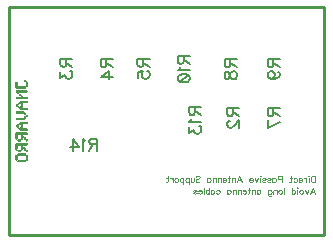
<source format=gbr>
G04 DipTrace 3.0.0.2*
G04 BottomSilk.gbr*
%MOMM*%
G04 #@! TF.FileFunction,Legend,Bot*
G04 #@! TF.Part,Single*
%ADD10C,0.254*%
%ADD13C,0.06667*%
%ADD52C,0.15686*%
%ADD53C,0.07843*%
%FSLAX35Y35*%
G04*
G71*
G90*
G75*
G01*
G04 BotSilk*
%LPD*%
X22000Y1936000D2*
D10*
X2684000D1*
Y11000D1*
X22000D1*
Y1936000D1*
X149060Y1324607D2*
D13*
X152393D1*
X147521Y1321273D2*
X153796D1*
X146560Y1317940D2*
X154630D1*
X146051Y1314607D2*
X153706D1*
X145727Y1311273D2*
X152393D1*
X162393D2*
X165727D1*
X160855Y1307940D2*
X167265D1*
X159897Y1304607D2*
X168223D1*
X72393Y1301273D2*
X82393D1*
X159413D2*
X168707D1*
X72393Y1297940D2*
X82393D1*
X159198D2*
X168922D1*
X72393Y1294607D2*
X82393D1*
X159111D2*
X169009D1*
X72393Y1291273D2*
X82393D1*
X159078D2*
X169042D1*
X72393Y1287940D2*
X82393D1*
X159066D2*
X169054D1*
X72393Y1284607D2*
X82393D1*
X159062D2*
X169058D1*
X72393Y1281273D2*
X82393D1*
X159074D2*
X169046D1*
X72393Y1277940D2*
X82406D1*
X159200D2*
X168920D1*
X72393Y1274607D2*
X82533D1*
X159715D2*
X168405D1*
X72393Y1271273D2*
X83048D1*
X160855D2*
X167265D1*
X72406Y1267940D2*
X84188D1*
X89060D2*
X95727D1*
X102393D2*
X109060D1*
X119060D2*
X122393D1*
X132393D2*
X139060D1*
X145727D2*
X152393D1*
X162393D2*
X165727D1*
X72533Y1264607D2*
X153741D1*
X73048Y1261273D2*
X153602D1*
X74188Y1257940D2*
X153050D1*
X75727Y1254607D2*
X79060D1*
X89060D2*
X95727D1*
X105727D2*
X109060D1*
X119060D2*
X122393D1*
X132393D2*
X135727D1*
X149060D2*
X152393D1*
X75727Y1234607D2*
X79060D1*
X89060D2*
X95727D1*
X105727D2*
X109060D1*
X119060D2*
X122393D1*
X132393D2*
X135727D1*
X145727D2*
X152393D1*
X162393D2*
X165727D1*
X74324Y1231273D2*
X167129D1*
X73490Y1227940D2*
X167963D1*
X74414Y1224607D2*
X167039D1*
X75727Y1221273D2*
X82393D1*
X89060D2*
X99047D1*
X105727D2*
X109060D1*
X119060D2*
X125727D1*
X132393D2*
X139060D1*
X145727D2*
X152393D1*
X162393D2*
X165727D1*
X89060Y1217940D2*
X98920D1*
X89060Y1214607D2*
X98405D1*
X89060Y1211273D2*
X97265D1*
X89060Y1207940D2*
X95727D1*
X102393Y1204607D2*
X112393D1*
X102393Y1201273D2*
X112393D1*
X102393Y1197940D2*
X112393D1*
X102393Y1194607D2*
X112393D1*
X119060Y1191273D2*
X122393D1*
X117508Y1187940D2*
X123945D1*
X116424Y1184607D2*
X125029D1*
X115423Y1181273D2*
X126030D1*
X75727Y1177940D2*
X79060D1*
X89060D2*
X95727D1*
X105727D2*
X109060D1*
X114061D2*
X127392D1*
X132393D2*
X135727D1*
X145727D2*
X152393D1*
X162393D2*
X165727D1*
X74324Y1174607D2*
X167129D1*
X73490Y1171273D2*
X167963D1*
X74414Y1167940D2*
X167039D1*
X75727Y1164607D2*
X79060D1*
X89060D2*
X95727D1*
X105727D2*
X109060D1*
X119060D2*
X122393D1*
X132393D2*
X139060D1*
X145727D2*
X152393D1*
X162393D2*
X165727D1*
X119060Y1144607D2*
X122393D1*
X132393D2*
X139060D1*
X149060D2*
X152393D1*
X162393D2*
X165727D1*
X113987Y1141273D2*
X167129D1*
X109205Y1137940D2*
X167963D1*
X105299Y1134607D2*
X167039D1*
X103962Y1131273D2*
X125727D1*
X132393D2*
X135727D1*
X145727D2*
X152393D1*
X162393D2*
X165727D1*
X92393Y1127940D2*
X95727D1*
X104612D2*
X125727D1*
X90854Y1124607D2*
X97413D1*
X105727D2*
X109060D1*
X115727D2*
X125727D1*
X89894Y1121273D2*
X97845D1*
X115727D2*
X125727D1*
X75727Y1117940D2*
X82393D1*
X89384D2*
X96270D1*
X115727D2*
X125727D1*
X74324Y1114607D2*
X83956D1*
X89060D2*
X92272D1*
X115727D2*
X125727D1*
X73490Y1111273D2*
X88227D1*
X115727D2*
X125727D1*
X74414Y1107940D2*
X83956D1*
X115727D2*
X125727D1*
X75727Y1104607D2*
X82393D1*
X92393D2*
X95727D1*
X115714D2*
X125727D1*
X90991Y1101273D2*
X97129D1*
X115587D2*
X125727D1*
X90157Y1097940D2*
X97963D1*
X115072D2*
X125740D1*
X91081Y1094607D2*
X97039D1*
X105727D2*
X109060D1*
X113932D2*
X125867D1*
X92393Y1091273D2*
X95727D1*
X104040D2*
X126382D1*
X103660Y1087940D2*
X127521D1*
X132393D2*
X135727D1*
X145727D2*
X152393D1*
X162393D2*
X165727D1*
X105535Y1084607D2*
X167129D1*
X110085Y1081273D2*
X167963D1*
X114745Y1077940D2*
X167039D1*
X119060Y1074607D2*
X125727D1*
X132393D2*
X139060D1*
X149060D2*
X152393D1*
X162393D2*
X165727D1*
X75727Y1057940D2*
X79060D1*
X89060D2*
X95727D1*
X105727D2*
X109060D1*
X119060D2*
X122393D1*
X132393D2*
X139060D1*
X74324Y1054607D2*
X140623D1*
X73490Y1051273D2*
X142393D1*
X74414Y1047940D2*
X140623D1*
X75727Y1044607D2*
X79060D1*
X89060D2*
X95727D1*
X105727D2*
X109060D1*
X119060D2*
X122393D1*
X132393D2*
X139060D1*
X145727Y1041273D2*
X152393D1*
X145727Y1037940D2*
X153705D1*
X145727Y1034607D2*
X153286D1*
X145727Y1031273D2*
X152393D1*
X159060Y1027940D2*
X169060D1*
X159060Y1024607D2*
X169060D1*
X159060Y1021273D2*
X169060D1*
X159060Y1017940D2*
X169060D1*
X145727Y1014607D2*
X152393D1*
X145863Y1011273D2*
X153796D1*
X146381Y1007940D2*
X154630D1*
X147521Y1004607D2*
X153706D1*
X75727Y1001273D2*
X79060D1*
X89060D2*
X95727D1*
X105727D2*
X109060D1*
X119060D2*
X122393D1*
X132393D2*
X139060D1*
X149060D2*
X152393D1*
X74324Y997940D2*
X140623D1*
X73490Y994607D2*
X142393D1*
X74414Y991273D2*
X140623D1*
X75727Y987940D2*
X79060D1*
X89060D2*
X95727D1*
X105727D2*
X109060D1*
X119060D2*
X125727D1*
X132393D2*
X139060D1*
X119060Y967940D2*
X122393D1*
X132393D2*
X139060D1*
X149060D2*
X152393D1*
X162393D2*
X165727D1*
X113987Y964607D2*
X167129D1*
X109205Y961273D2*
X167963D1*
X105299Y957940D2*
X167039D1*
X103962Y954607D2*
X125727D1*
X132393D2*
X135727D1*
X145727D2*
X152393D1*
X162393D2*
X165727D1*
X92393Y951273D2*
X95727D1*
X104612D2*
X125727D1*
X90854Y947940D2*
X97413D1*
X105727D2*
X109060D1*
X115727D2*
X125727D1*
X89894Y944607D2*
X97845D1*
X115727D2*
X125727D1*
X75727Y941273D2*
X82393D1*
X89384D2*
X96270D1*
X115727D2*
X125727D1*
X74324Y937940D2*
X83956D1*
X89060D2*
X92272D1*
X115727D2*
X125727D1*
X73490Y934607D2*
X88227D1*
X115727D2*
X125727D1*
X74414Y931273D2*
X83956D1*
X115727D2*
X125727D1*
X75727Y927940D2*
X82393D1*
X92393D2*
X95727D1*
X115714D2*
X125727D1*
X90991Y924607D2*
X97129D1*
X115587D2*
X125727D1*
X90157Y921273D2*
X97963D1*
X115072D2*
X125740D1*
X91081Y917940D2*
X97039D1*
X105727D2*
X109060D1*
X113932D2*
X125867D1*
X92393Y914607D2*
X95727D1*
X104040D2*
X126382D1*
X103660Y911273D2*
X127521D1*
X132393D2*
X135727D1*
X145727D2*
X152393D1*
X162393D2*
X165727D1*
X105535Y907940D2*
X167129D1*
X110085Y904607D2*
X167963D1*
X114745Y901273D2*
X167039D1*
X119060Y897940D2*
X125727D1*
X132393D2*
X139060D1*
X149060D2*
X152393D1*
X162393D2*
X165727D1*
X75727Y877940D2*
X79060D1*
X89060D2*
X95727D1*
X105727D2*
X109060D1*
X119060D2*
X122393D1*
X132393D2*
X135727D1*
X145727D2*
X152393D1*
X162393D2*
X165727D1*
X74188Y874607D2*
X167129D1*
X73231Y871273D2*
X167963D1*
X72746Y867940D2*
X167039D1*
X72531Y864607D2*
X82393D1*
X89060D2*
X92393D1*
X102393D2*
X109060D1*
X119060D2*
X122393D1*
X132393D2*
X135727D1*
X145727D2*
X152393D1*
X162393D2*
X165727D1*
X72444Y861273D2*
X82393D1*
X72411Y857940D2*
X82393D1*
X72399Y854607D2*
X82393D1*
X115727D2*
X125727D1*
X72395Y851273D2*
X82393D1*
X115727D2*
X130787D1*
X72394Y847940D2*
X82393D1*
X115727D2*
X135509D1*
X72394Y844607D2*
X82393D1*
X115727D2*
X139316D1*
X72393Y841273D2*
X82393D1*
X115727D2*
X141248D1*
X72393Y837940D2*
X82393D1*
X115727D2*
X135680D1*
X72406Y834607D2*
X82380D1*
X115740D2*
X131070D1*
X145727D2*
X152393D1*
X72533Y831273D2*
X82253D1*
X115867D2*
X127647D1*
X145863D2*
X153796D1*
X73048Y827940D2*
X81738D1*
X116382D2*
X126020D1*
X146381D2*
X154630D1*
X74188Y824607D2*
X80599D1*
X117521D2*
X124294D1*
X147521D2*
X153706D1*
X75727Y821273D2*
X79060D1*
X92393D2*
X95727D1*
X105727D2*
X109060D1*
X119060D2*
X122393D1*
X149060D2*
X152393D1*
X162393D2*
X165727D1*
X90991Y817940D2*
X110462D1*
X160991D2*
X167129D1*
X90157Y814607D2*
X111296D1*
X160157D2*
X167963D1*
X91081Y811273D2*
X110372D1*
X161081D2*
X167039D1*
X92393Y807940D2*
X95727D1*
X105727D2*
X109060D1*
X162393D2*
X165727D1*
X75727Y787940D2*
X79060D1*
X89060D2*
X95727D1*
X105727D2*
X109060D1*
X119060D2*
X122393D1*
X132393D2*
X135727D1*
X145727D2*
X152393D1*
X162393D2*
X165727D1*
X74188Y784607D2*
X167129D1*
X73231Y781273D2*
X167963D1*
X72746Y777940D2*
X167039D1*
X72531Y774607D2*
X82393D1*
X89060D2*
X92393D1*
X102393D2*
X109060D1*
X119060D2*
X122393D1*
X132393D2*
X135727D1*
X145727D2*
X152393D1*
X162393D2*
X165727D1*
X72444Y771273D2*
X82393D1*
X72411Y767940D2*
X82393D1*
X72399Y764607D2*
X82393D1*
X115727D2*
X125727D1*
X72395Y761273D2*
X82393D1*
X115727D2*
X130787D1*
X72394Y757940D2*
X82393D1*
X115727D2*
X135509D1*
X72394Y754607D2*
X82393D1*
X115727D2*
X139316D1*
X72393Y751273D2*
X82393D1*
X115727D2*
X141248D1*
X72393Y747940D2*
X82393D1*
X115727D2*
X135680D1*
X72406Y744607D2*
X82380D1*
X115740D2*
X131070D1*
X145727D2*
X152393D1*
X72533Y741273D2*
X82253D1*
X115867D2*
X127647D1*
X145863D2*
X153796D1*
X73048Y737940D2*
X81738D1*
X116382D2*
X126020D1*
X146381D2*
X154630D1*
X74188Y734607D2*
X80599D1*
X117521D2*
X124294D1*
X147521D2*
X153706D1*
X75727Y731273D2*
X79060D1*
X92393D2*
X95727D1*
X105727D2*
X109060D1*
X119060D2*
X122393D1*
X149060D2*
X152393D1*
X162393D2*
X165727D1*
X90991Y727940D2*
X110462D1*
X160991D2*
X167129D1*
X90157Y724607D2*
X111296D1*
X160157D2*
X167963D1*
X91081Y721273D2*
X110372D1*
X161081D2*
X167039D1*
X92393Y717940D2*
X95727D1*
X105727D2*
X109060D1*
X162393D2*
X165727D1*
X92393Y701273D2*
X95727D1*
X105727D2*
X109060D1*
X119060D2*
X122393D1*
X132393D2*
X139060D1*
X149060D2*
X152393D1*
X90991Y697940D2*
X153956D1*
X90157Y694607D2*
X155727D1*
X91081Y691273D2*
X153956D1*
X92393Y687940D2*
X95727D1*
X105727D2*
X109060D1*
X119060D2*
X125727D1*
X132393D2*
X139060D1*
X149060D2*
X152393D1*
X162393D2*
X165727D1*
X72393Y684607D2*
X82393D1*
X160855D2*
X167265D1*
X72393Y681273D2*
X82393D1*
X159897D2*
X168223D1*
X72393Y677940D2*
X82393D1*
X159413D2*
X168707D1*
X72393Y674607D2*
X82393D1*
X159198D2*
X168922D1*
X72393Y671273D2*
X82393D1*
X159111D2*
X169009D1*
X72393Y667940D2*
X82393D1*
X159078D2*
X169042D1*
X72393Y664607D2*
X82393D1*
X159066D2*
X169054D1*
X72393Y661273D2*
X82393D1*
X159062D2*
X169058D1*
X72406Y657940D2*
X82380D1*
X159074D2*
X169046D1*
X72533Y654607D2*
X82253D1*
X159200D2*
X168920D1*
X73048Y651273D2*
X81738D1*
X159715D2*
X168405D1*
X74188Y647940D2*
X80599D1*
X160855D2*
X167265D1*
X75727Y644607D2*
X79060D1*
X92393D2*
X95727D1*
X105727D2*
X109060D1*
X119060D2*
X125727D1*
X132393D2*
X139060D1*
X149060D2*
X152393D1*
X162393D2*
X165727D1*
X90991Y641273D2*
X153397D1*
X90157Y637940D2*
X154206D1*
X91081Y634607D2*
X153505D1*
X92393Y631273D2*
X95727D1*
X105727D2*
X109060D1*
X119060D2*
X125727D1*
X132393D2*
X139060D1*
X149060D2*
X152393D1*
X149060Y1324607D2*
X147521Y1321273D1*
X146560Y1317940D1*
X146051Y1314607D1*
X145727Y1311273D1*
X152393Y1324607D2*
X153796Y1321273D1*
X154630Y1317940D1*
X153706Y1314607D1*
X152393Y1311273D1*
X162393D2*
X160855Y1307940D1*
X159897Y1304607D1*
X159413Y1301273D1*
X159198Y1297940D1*
X159111Y1294607D1*
X159078Y1291273D1*
X159066Y1287940D1*
X159062Y1284607D1*
X159074Y1281273D1*
X159200Y1277940D1*
X159715Y1274607D1*
X160855Y1271273D1*
X162393Y1267940D1*
X165727Y1311273D2*
X167265Y1307940D1*
X168223Y1304607D1*
X168707Y1301273D1*
X168922Y1297940D1*
X169009Y1294607D1*
X169042Y1291273D1*
X169054Y1287940D1*
X169058Y1284607D1*
X169046Y1281273D1*
X168920Y1277940D1*
X168405Y1274607D1*
X167265Y1271273D1*
X165727Y1267940D1*
X72393Y1301273D2*
Y1297940D1*
Y1294607D1*
Y1291273D1*
Y1287940D1*
Y1284607D1*
Y1281273D1*
Y1277940D1*
Y1274607D1*
Y1271273D1*
X72406Y1267940D1*
X72533Y1264607D1*
X73048Y1261273D1*
X74188Y1257940D1*
X75727Y1254607D1*
X82393Y1301273D2*
Y1297940D1*
Y1294607D1*
Y1291273D1*
Y1287940D1*
Y1284607D1*
Y1281273D1*
X82406Y1277940D1*
X82533Y1274607D1*
X83048Y1271273D1*
X84188Y1267940D1*
X85727Y1264607D1*
X89060Y1267940D2*
X85727Y1264607D1*
X95727Y1267940D2*
X99060Y1264607D1*
X102393Y1267940D2*
X99060Y1264607D1*
X109060Y1267940D2*
X112393Y1264607D1*
X119060Y1267940D2*
X115727Y1264607D1*
X122393Y1267940D2*
X125727Y1264607D1*
X132393Y1267940D2*
X129060Y1264607D1*
X139060Y1267940D2*
X142393Y1264607D1*
X145727Y1267940D2*
X142393Y1264607D1*
X152393Y1267940D2*
X153741Y1264607D1*
X153602Y1261273D1*
X153050Y1257940D1*
X152393Y1254607D1*
X82393Y1257940D2*
X79060Y1254607D1*
X85727Y1257940D2*
X89060Y1254607D1*
X99060Y1257940D2*
X95727Y1254607D1*
X102393Y1257940D2*
X105727Y1254607D1*
X112393Y1257940D2*
X109060Y1254607D1*
X115727Y1257940D2*
X119060Y1254607D1*
X125727Y1257940D2*
X122393Y1254607D1*
X129060Y1257940D2*
X132393Y1254607D1*
X139060Y1257940D2*
X135727Y1254607D1*
X145727Y1257940D2*
X149060Y1254607D1*
X75727Y1234607D2*
X74324Y1231273D1*
X73490Y1227940D1*
X74414Y1224607D1*
X75727Y1221273D1*
X79060Y1234607D2*
X82393Y1231273D1*
X89060Y1234607D2*
X85727Y1231273D1*
X95727Y1234607D2*
X99060Y1231273D1*
X105727Y1234607D2*
X102393Y1231273D1*
X109060Y1234607D2*
X112393Y1231273D1*
X119060Y1234607D2*
X115727Y1231273D1*
X122393Y1234607D2*
X125727Y1231273D1*
X132393Y1234607D2*
X129060Y1231273D1*
X135727Y1234607D2*
X139060Y1231273D1*
X145727Y1234607D2*
X142393Y1231273D1*
X152393Y1234607D2*
X155727Y1231273D1*
X162393Y1234607D2*
X159060Y1231273D1*
X165727Y1234607D2*
X167129Y1231273D1*
X167963Y1227940D1*
X167039Y1224607D1*
X165727Y1221273D1*
X85727Y1224607D2*
X82393Y1221273D1*
X89060Y1224607D2*
Y1221273D1*
Y1217940D1*
Y1214607D1*
Y1211273D1*
Y1207940D1*
X99060Y1224607D2*
X99047Y1221273D1*
X98920Y1217940D1*
X98405Y1214607D1*
X97265Y1211273D1*
X95727Y1207940D1*
X102393Y1224607D2*
X105727Y1221273D1*
X112393Y1224607D2*
X109060Y1221273D1*
X115727Y1224607D2*
X119060Y1221273D1*
X129060Y1224607D2*
X125727Y1221273D1*
X129060Y1224607D2*
X132393Y1221273D1*
X142393Y1224607D2*
X139060Y1221273D1*
X142393Y1224607D2*
X145727Y1221273D1*
X155727Y1224607D2*
X152393Y1221273D1*
X159060Y1224607D2*
X162393Y1221273D1*
X102393Y1204607D2*
Y1201273D1*
Y1197940D1*
Y1194607D1*
X112393Y1204607D2*
Y1201273D1*
Y1197940D1*
Y1194607D1*
X119060Y1191273D2*
X117508Y1187940D1*
X116424Y1184607D1*
X115423Y1181273D1*
X114061Y1177940D1*
X112393Y1174607D1*
X122393Y1191273D2*
X123945Y1187940D1*
X125029Y1184607D1*
X126030Y1181273D1*
X127392Y1177940D1*
X129060Y1174607D1*
X75727Y1177940D2*
X74324Y1174607D1*
X73490Y1171273D1*
X74414Y1167940D1*
X75727Y1164607D1*
X79060Y1177940D2*
X82393Y1174607D1*
X89060Y1177940D2*
X85727Y1174607D1*
X95727Y1177940D2*
X99060Y1174607D1*
X105727Y1177940D2*
X102393Y1174607D1*
X109060Y1177940D2*
X112393Y1174607D1*
X132393Y1177940D2*
X129060Y1174607D1*
X135727Y1177940D2*
X139060Y1174607D1*
X145727Y1177940D2*
X142393Y1174607D1*
X152393Y1177940D2*
X155727Y1174607D1*
X162393Y1177940D2*
X159060Y1174607D1*
X165727Y1177940D2*
X167129Y1174607D1*
X167963Y1171273D1*
X167039Y1167940D1*
X165727Y1164607D1*
X82393Y1167940D2*
X79060Y1164607D1*
X85727Y1167940D2*
X89060Y1164607D1*
X99060Y1167940D2*
X95727Y1164607D1*
X102393Y1167940D2*
X105727Y1164607D1*
X112393Y1167940D2*
X109060Y1164607D1*
X115727Y1167940D2*
X119060Y1164607D1*
X125727Y1167940D2*
X122393Y1164607D1*
X129060Y1167940D2*
X132393Y1164607D1*
X142393Y1167940D2*
X139060Y1164607D1*
X142393Y1167940D2*
X145727Y1164607D1*
X155727Y1167940D2*
X152393Y1164607D1*
X159060Y1167940D2*
X162393Y1164607D1*
X119060Y1144607D2*
X113987Y1141273D1*
X109205Y1137940D1*
X105299Y1134607D1*
X103962Y1131273D1*
X104612Y1127940D1*
X105727Y1124607D1*
X122393Y1144607D2*
X125727Y1141273D1*
X132393Y1144607D2*
X129060Y1141273D1*
X139060Y1144607D2*
X142393Y1141273D1*
X149060Y1144607D2*
X145727Y1141273D1*
X152393Y1144607D2*
X155727Y1141273D1*
X162393Y1144607D2*
X159060Y1141273D1*
X165727Y1144607D2*
X167129Y1141273D1*
X167963Y1137940D1*
X167039Y1134607D1*
X165727Y1131273D1*
X125727Y1134607D2*
Y1131273D1*
Y1127940D1*
Y1124607D1*
Y1121273D1*
Y1117940D1*
Y1114607D1*
Y1111273D1*
Y1107940D1*
Y1104607D1*
Y1101273D1*
X125740Y1097940D1*
X125867Y1094607D1*
X126382Y1091273D1*
X127521Y1087940D1*
X129060Y1084607D1*
Y1134607D2*
X132393Y1131273D1*
X139060Y1134607D2*
X135727Y1131273D1*
X142393Y1134607D2*
X145727Y1131273D1*
X155727Y1134607D2*
X152393Y1131273D1*
X159060Y1134607D2*
X162393Y1131273D1*
X92393Y1127940D2*
X90854Y1124607D1*
X89894Y1121273D1*
X89384Y1117940D1*
X89060Y1114607D1*
X95727Y1127940D2*
X97413Y1124607D1*
X97845Y1121273D1*
X96270Y1117940D1*
X92272Y1114607D1*
X88227Y1111273D1*
X85013Y1107940D1*
X82393Y1104607D1*
X112393Y1127940D2*
X109060Y1124607D1*
X115727Y1127940D2*
Y1124607D1*
Y1121273D1*
Y1117940D1*
Y1114607D1*
Y1111273D1*
Y1107940D1*
X115714Y1104607D1*
X115587Y1101273D1*
X115072Y1097940D1*
X113932Y1094607D1*
X112393Y1091273D1*
X75727Y1117940D2*
X74324Y1114607D1*
X73490Y1111273D1*
X74414Y1107940D1*
X75727Y1104607D1*
X82393Y1117940D2*
X83956Y1114607D1*
X85727Y1111273D1*
X83956Y1107940D1*
X82393Y1104607D1*
X92393D2*
X90991Y1101273D1*
X90157Y1097940D1*
X91081Y1094607D1*
X92393Y1091273D1*
X95727Y1104607D2*
X97129Y1101273D1*
X97963Y1097940D1*
X97039Y1094607D1*
X95727Y1091273D1*
X105727Y1094607D2*
X104040Y1091273D1*
X103660Y1087940D1*
X105535Y1084607D1*
X110085Y1081273D1*
X114745Y1077940D1*
X119060Y1074607D1*
X109060Y1094607D2*
X112393Y1091273D1*
X132393Y1087940D2*
X129060Y1084607D1*
X135727Y1087940D2*
X139060Y1084607D1*
X145727Y1087940D2*
X142393Y1084607D1*
X152393Y1087940D2*
X155727Y1084607D1*
X162393Y1087940D2*
X159060Y1084607D1*
X165727Y1087940D2*
X167129Y1084607D1*
X167963Y1081273D1*
X167039Y1077940D1*
X165727Y1074607D1*
X129060Y1077940D2*
X125727Y1074607D1*
X129060Y1077940D2*
X132393Y1074607D1*
X142393Y1077940D2*
X139060Y1074607D1*
X145727Y1077940D2*
X149060Y1074607D1*
X155727Y1077940D2*
X152393Y1074607D1*
X159060Y1077940D2*
X162393Y1074607D1*
X75727Y1057940D2*
X74324Y1054607D1*
X73490Y1051273D1*
X74414Y1047940D1*
X75727Y1044607D1*
X79060Y1057940D2*
X82393Y1054607D1*
X89060Y1057940D2*
X85727Y1054607D1*
X95727Y1057940D2*
X99060Y1054607D1*
X105727Y1057940D2*
X102393Y1054607D1*
X109060Y1057940D2*
X112393Y1054607D1*
X119060Y1057940D2*
X115727Y1054607D1*
X122393Y1057940D2*
X125727Y1054607D1*
X132393Y1057940D2*
X129060Y1054607D1*
X139060Y1057940D2*
X140623Y1054607D1*
X142393Y1051273D1*
X140623Y1047940D1*
X139060Y1044607D1*
X82393Y1047940D2*
X79060Y1044607D1*
X85727Y1047940D2*
X89060Y1044607D1*
X99060Y1047940D2*
X95727Y1044607D1*
X102393Y1047940D2*
X105727Y1044607D1*
X112393Y1047940D2*
X109060Y1044607D1*
X115727Y1047940D2*
X119060Y1044607D1*
X125727Y1047940D2*
X122393Y1044607D1*
X129060Y1047940D2*
X132393Y1044607D1*
X145727Y1041273D2*
Y1037940D1*
Y1034607D1*
Y1031273D1*
X152393Y1041273D2*
X153705Y1037940D1*
X153286Y1034607D1*
X152393Y1031273D1*
X159060Y1027940D2*
Y1024607D1*
Y1021273D1*
Y1017940D1*
X169060Y1027940D2*
Y1024607D1*
Y1021273D1*
Y1017940D1*
X145727Y1014607D2*
X145863Y1011273D1*
X146381Y1007940D1*
X147521Y1004607D1*
X149060Y1001273D1*
X152393Y1014607D2*
X153796Y1011273D1*
X154630Y1007940D1*
X153706Y1004607D1*
X152393Y1001273D1*
X75727D2*
X74324Y997940D1*
X73490Y994607D1*
X74414Y991273D1*
X75727Y987940D1*
X79060Y1001273D2*
X82393Y997940D1*
X89060Y1001273D2*
X85727Y997940D1*
X95727Y1001273D2*
X99060Y997940D1*
X105727Y1001273D2*
X102393Y997940D1*
X109060Y1001273D2*
X112393Y997940D1*
X119060Y1001273D2*
X115727Y997940D1*
X122393Y1001273D2*
X125727Y997940D1*
X132393Y1001273D2*
X129060Y997940D1*
X139060Y1001273D2*
X140623Y997940D1*
X142393Y994607D1*
X140623Y991273D1*
X139060Y987940D1*
X82393Y991273D2*
X79060Y987940D1*
X85727Y991273D2*
X89060Y987940D1*
X99060Y991273D2*
X95727Y987940D1*
X102393Y991273D2*
X105727Y987940D1*
X112393Y991273D2*
X109060Y987940D1*
X115727Y991273D2*
X119060Y987940D1*
X129060Y991273D2*
X125727Y987940D1*
X129060Y991273D2*
X132393Y987940D1*
X119060Y967940D2*
X113987Y964607D1*
X109205Y961273D1*
X105299Y957940D1*
X103962Y954607D1*
X104612Y951273D1*
X105727Y947940D1*
X122393Y967940D2*
X125727Y964607D1*
X132393Y967940D2*
X129060Y964607D1*
X139060Y967940D2*
X142393Y964607D1*
X149060Y967940D2*
X145727Y964607D1*
X152393Y967940D2*
X155727Y964607D1*
X162393Y967940D2*
X159060Y964607D1*
X165727Y967940D2*
X167129Y964607D1*
X167963Y961273D1*
X167039Y957940D1*
X165727Y954607D1*
X125727Y957940D2*
Y954607D1*
Y951273D1*
Y947940D1*
Y944607D1*
Y941273D1*
Y937940D1*
Y934607D1*
Y931273D1*
Y927940D1*
Y924607D1*
X125740Y921273D1*
X125867Y917940D1*
X126382Y914607D1*
X127521Y911273D1*
X129060Y907940D1*
Y957940D2*
X132393Y954607D1*
X139060Y957940D2*
X135727Y954607D1*
X142393Y957940D2*
X145727Y954607D1*
X155727Y957940D2*
X152393Y954607D1*
X159060Y957940D2*
X162393Y954607D1*
X92393Y951273D2*
X90854Y947940D1*
X89894Y944607D1*
X89384Y941273D1*
X89060Y937940D1*
X95727Y951273D2*
X97413Y947940D1*
X97845Y944607D1*
X96270Y941273D1*
X92272Y937940D1*
X88227Y934607D1*
X85013Y931273D1*
X82393Y927940D1*
X112393Y951273D2*
X109060Y947940D1*
X115727Y951273D2*
Y947940D1*
Y944607D1*
Y941273D1*
Y937940D1*
Y934607D1*
Y931273D1*
X115714Y927940D1*
X115587Y924607D1*
X115072Y921273D1*
X113932Y917940D1*
X112393Y914607D1*
X75727Y941273D2*
X74324Y937940D1*
X73490Y934607D1*
X74414Y931273D1*
X75727Y927940D1*
X82393Y941273D2*
X83956Y937940D1*
X85727Y934607D1*
X83956Y931273D1*
X82393Y927940D1*
X92393D2*
X90991Y924607D1*
X90157Y921273D1*
X91081Y917940D1*
X92393Y914607D1*
X95727Y927940D2*
X97129Y924607D1*
X97963Y921273D1*
X97039Y917940D1*
X95727Y914607D1*
X105727Y917940D2*
X104040Y914607D1*
X103660Y911273D1*
X105535Y907940D1*
X110085Y904607D1*
X114745Y901273D1*
X119060Y897940D1*
X109060Y917940D2*
X112393Y914607D1*
X132393Y911273D2*
X129060Y907940D1*
X135727Y911273D2*
X139060Y907940D1*
X145727Y911273D2*
X142393Y907940D1*
X152393Y911273D2*
X155727Y907940D1*
X162393Y911273D2*
X159060Y907940D1*
X165727Y911273D2*
X167129Y907940D1*
X167963Y904607D1*
X167039Y901273D1*
X165727Y897940D1*
X129060Y901273D2*
X125727Y897940D1*
X129060Y901273D2*
X132393Y897940D1*
X142393Y901273D2*
X139060Y897940D1*
X145727Y901273D2*
X149060Y897940D1*
X155727Y901273D2*
X152393Y897940D1*
X159060Y901273D2*
X162393Y897940D1*
X75727Y877940D2*
X74188Y874607D1*
X73231Y871273D1*
X72746Y867940D1*
X72531Y864607D1*
X72444Y861273D1*
X72411Y857940D1*
X72399Y854607D1*
X72395Y851273D1*
X72394Y847940D1*
Y844607D1*
X72393Y841273D1*
Y837940D1*
X72406Y834607D1*
X72533Y831273D1*
X73048Y827940D1*
X74188Y824607D1*
X75727Y821273D1*
X79060Y877940D2*
X82393Y874607D1*
X89060Y877940D2*
X85727Y874607D1*
X95727Y877940D2*
X99060Y874607D1*
X105727Y877940D2*
X102393Y874607D1*
X109060Y877940D2*
X112393Y874607D1*
X119060Y877940D2*
X115727Y874607D1*
X122393Y877940D2*
X125727Y874607D1*
X132393Y877940D2*
X129060Y874607D1*
X135727Y877940D2*
X139060Y874607D1*
X145727Y877940D2*
X142393Y874607D1*
X152393Y877940D2*
X155727Y874607D1*
X162393Y877940D2*
X159060Y874607D1*
X165727Y877940D2*
X167129Y874607D1*
X167963Y871273D1*
X167039Y867940D1*
X165727Y864607D1*
X82393Y867940D2*
Y864607D1*
Y861273D1*
Y857940D1*
Y854607D1*
Y851273D1*
Y847940D1*
Y844607D1*
Y841273D1*
Y837940D1*
X82380Y834607D1*
X82253Y831273D1*
X81738Y827940D1*
X80599Y824607D1*
X79060Y821273D1*
X85727Y867940D2*
X89060Y864607D1*
X95727Y867940D2*
X92393Y864607D1*
X99060Y867940D2*
X102393Y864607D1*
X112393Y867940D2*
X109060Y864607D1*
X115727Y867940D2*
X119060Y864607D1*
X125727Y867940D2*
X122393Y864607D1*
X129060Y867940D2*
X132393Y864607D1*
X139060Y867940D2*
X135727Y864607D1*
X142393Y867940D2*
X145727Y864607D1*
X155727Y867940D2*
X152393Y864607D1*
X159060Y867940D2*
X162393Y864607D1*
X115727Y854607D2*
Y851273D1*
Y847940D1*
Y844607D1*
Y841273D1*
Y837940D1*
X115740Y834607D1*
X115867Y831273D1*
X116382Y827940D1*
X117521Y824607D1*
X119060Y821273D1*
X125727Y854607D2*
X130787Y851273D1*
X135509Y847940D1*
X139316Y844607D1*
X141248Y841273D1*
X135680Y837940D1*
X131070Y834607D1*
X127647Y831273D1*
X126020Y827940D1*
X124294Y824607D1*
X122393Y821273D1*
X145727Y834607D2*
X145863Y831273D1*
X146381Y827940D1*
X147521Y824607D1*
X149060Y821273D1*
X152393Y834607D2*
X153796Y831273D1*
X154630Y827940D1*
X153706Y824607D1*
X152393Y821273D1*
X92393D2*
X90991Y817940D1*
X90157Y814607D1*
X91081Y811273D1*
X92393Y807940D1*
X95727Y821273D2*
X99060Y817940D1*
X105727Y821273D2*
X102393Y817940D1*
X109060Y821273D2*
X110462Y817940D1*
X111296Y814607D1*
X110372Y811273D1*
X109060Y807940D1*
X162393Y821273D2*
X160991Y817940D1*
X160157Y814607D1*
X161081Y811273D1*
X162393Y807940D1*
X165727Y821273D2*
X167129Y817940D1*
X167963Y814607D1*
X167039Y811273D1*
X165727Y807940D1*
X99060Y811273D2*
X95727Y807940D1*
X102393Y811273D2*
X105727Y807940D1*
X75727Y787940D2*
X74188Y784607D1*
X73231Y781273D1*
X72746Y777940D1*
X72531Y774607D1*
X72444Y771273D1*
X72411Y767940D1*
X72399Y764607D1*
X72395Y761273D1*
X72394Y757940D1*
Y754607D1*
X72393Y751273D1*
Y747940D1*
X72406Y744607D1*
X72533Y741273D1*
X73048Y737940D1*
X74188Y734607D1*
X75727Y731273D1*
X79060Y787940D2*
X82393Y784607D1*
X89060Y787940D2*
X85727Y784607D1*
X95727Y787940D2*
X99060Y784607D1*
X105727Y787940D2*
X102393Y784607D1*
X109060Y787940D2*
X112393Y784607D1*
X119060Y787940D2*
X115727Y784607D1*
X122393Y787940D2*
X125727Y784607D1*
X132393Y787940D2*
X129060Y784607D1*
X135727Y787940D2*
X139060Y784607D1*
X145727Y787940D2*
X142393Y784607D1*
X152393Y787940D2*
X155727Y784607D1*
X162393Y787940D2*
X159060Y784607D1*
X165727Y787940D2*
X167129Y784607D1*
X167963Y781273D1*
X167039Y777940D1*
X165727Y774607D1*
X82393Y777940D2*
Y774607D1*
Y771273D1*
Y767940D1*
Y764607D1*
Y761273D1*
Y757940D1*
Y754607D1*
Y751273D1*
Y747940D1*
X82380Y744607D1*
X82253Y741273D1*
X81738Y737940D1*
X80599Y734607D1*
X79060Y731273D1*
X85727Y777940D2*
X89060Y774607D1*
X95727Y777940D2*
X92393Y774607D1*
X99060Y777940D2*
X102393Y774607D1*
X112393Y777940D2*
X109060Y774607D1*
X115727Y777940D2*
X119060Y774607D1*
X125727Y777940D2*
X122393Y774607D1*
X129060Y777940D2*
X132393Y774607D1*
X139060Y777940D2*
X135727Y774607D1*
X142393Y777940D2*
X145727Y774607D1*
X155727Y777940D2*
X152393Y774607D1*
X159060Y777940D2*
X162393Y774607D1*
X115727Y764607D2*
Y761273D1*
Y757940D1*
Y754607D1*
Y751273D1*
Y747940D1*
X115740Y744607D1*
X115867Y741273D1*
X116382Y737940D1*
X117521Y734607D1*
X119060Y731273D1*
X125727Y764607D2*
X130787Y761273D1*
X135509Y757940D1*
X139316Y754607D1*
X141248Y751273D1*
X135680Y747940D1*
X131070Y744607D1*
X127647Y741273D1*
X126020Y737940D1*
X124294Y734607D1*
X122393Y731273D1*
X145727Y744607D2*
X145863Y741273D1*
X146381Y737940D1*
X147521Y734607D1*
X149060Y731273D1*
X152393Y744607D2*
X153796Y741273D1*
X154630Y737940D1*
X153706Y734607D1*
X152393Y731273D1*
X92393D2*
X90991Y727940D1*
X90157Y724607D1*
X91081Y721273D1*
X92393Y717940D1*
X95727Y731273D2*
X99060Y727940D1*
X105727Y731273D2*
X102393Y727940D1*
X109060Y731273D2*
X110462Y727940D1*
X111296Y724607D1*
X110372Y721273D1*
X109060Y717940D1*
X162393Y731273D2*
X160991Y727940D1*
X160157Y724607D1*
X161081Y721273D1*
X162393Y717940D1*
X165727Y731273D2*
X167129Y727940D1*
X167963Y724607D1*
X167039Y721273D1*
X165727Y717940D1*
X99060Y721273D2*
X95727Y717940D1*
X102393Y721273D2*
X105727Y717940D1*
X92393Y701273D2*
X90991Y697940D1*
X90157Y694607D1*
X91081Y691273D1*
X92393Y687940D1*
X95727Y701273D2*
X99060Y697940D1*
X105727Y701273D2*
X102393Y697940D1*
X109060Y701273D2*
X112393Y697940D1*
X119060Y701273D2*
X115727Y697940D1*
X122393Y701273D2*
X125727Y697940D1*
X132393Y701273D2*
X129060Y697940D1*
X139060Y701273D2*
X142393Y697940D1*
X149060Y701273D2*
X145727Y697940D1*
X152393Y701273D2*
X153956Y697940D1*
X155727Y694607D1*
X153956Y691273D1*
X152393Y687940D1*
X99060Y691273D2*
X95727Y687940D1*
X102393Y691273D2*
X105727Y687940D1*
X112393Y691273D2*
X109060Y687940D1*
X115727Y691273D2*
X119060Y687940D1*
X129060Y691273D2*
X125727Y687940D1*
X129060Y691273D2*
X132393Y687940D1*
X142393Y691273D2*
X139060Y687940D1*
X145727Y691273D2*
X149060Y687940D1*
X162393D2*
X160855Y684607D1*
X159897Y681273D1*
X159413Y677940D1*
X159198Y674607D1*
X159111Y671273D1*
X159078Y667940D1*
X159066Y664607D1*
X159062Y661273D1*
X159074Y657940D1*
X159200Y654607D1*
X159715Y651273D1*
X160855Y647940D1*
X162393Y644607D1*
X165727Y687940D2*
X167265Y684607D1*
X168223Y681273D1*
X168707Y677940D1*
X168922Y674607D1*
X169009Y671273D1*
X169042Y667940D1*
X169054Y664607D1*
X169058Y661273D1*
X169046Y657940D1*
X168920Y654607D1*
X168405Y651273D1*
X167265Y647940D1*
X165727Y644607D1*
X72393Y684607D2*
Y681273D1*
Y677940D1*
Y674607D1*
Y671273D1*
Y667940D1*
Y664607D1*
Y661273D1*
X72406Y657940D1*
X72533Y654607D1*
X73048Y651273D1*
X74188Y647940D1*
X75727Y644607D1*
X82393Y684607D2*
Y681273D1*
Y677940D1*
Y674607D1*
Y671273D1*
Y667940D1*
Y664607D1*
Y661273D1*
X82380Y657940D1*
X82253Y654607D1*
X81738Y651273D1*
X80599Y647940D1*
X79060Y644607D1*
X92393D2*
X90991Y641273D1*
X90157Y637940D1*
X91081Y634607D1*
X92393Y631273D1*
X95727Y644607D2*
X99060Y641273D1*
X105727Y644607D2*
X102393Y641273D1*
X109060Y644607D2*
X112393Y641273D1*
X119060Y644607D2*
X115727Y641273D1*
X125727Y644607D2*
X129060Y641273D1*
X132393Y644607D2*
X129060Y641273D1*
X139060Y644607D2*
X142393Y641273D1*
X149060Y644607D2*
X145727Y641273D1*
X152393Y644607D2*
X153397Y641273D1*
X154206Y637940D1*
X153505Y634607D1*
X152393Y631273D1*
X99060Y634607D2*
X95727Y631273D1*
X102393Y634607D2*
X105727Y631273D1*
X112393Y634607D2*
X109060Y631273D1*
X115727Y634607D2*
X119060Y631273D1*
X129060Y634607D2*
X125727Y631273D1*
X129060Y634607D2*
X132393Y631273D1*
X142393Y634607D2*
X139060Y631273D1*
X145727Y634607D2*
X149060Y631273D1*
X1914840Y1080745D2*
D52*
Y1037057D1*
X1909899Y1022457D1*
X1905069Y1017516D1*
X1895411Y1012686D1*
X1885640D1*
X1875982Y1017516D1*
X1871040Y1022457D1*
X1866211Y1037057D1*
Y1080745D1*
X1968298D1*
X1914840Y1046716D2*
X1968299Y1012686D1*
X1890582Y976372D2*
X1885752D1*
X1875982Y971543D1*
X1871152Y966714D1*
X1866323Y956943D1*
Y937514D1*
X1871152Y927856D1*
X1875982Y923026D1*
X1885752Y918085D1*
X1895411D1*
X1905182Y923026D1*
X1919669Y932685D1*
X1968299Y981314D1*
X1968298Y913256D1*
X501840Y1500745D2*
Y1457057D1*
X496899Y1442457D1*
X492069Y1437516D1*
X482411Y1432686D1*
X472640D1*
X462982Y1437516D1*
X458040Y1442457D1*
X453211Y1457057D1*
Y1500745D1*
X555298D1*
X501840Y1466716D2*
X555299Y1432686D1*
X453323Y1391543D2*
Y1338197D1*
X492182Y1367285D1*
Y1352685D1*
X497011Y1343026D1*
X501840Y1338197D1*
X516440Y1333256D1*
X526098D1*
X540698Y1338197D1*
X550469Y1347856D1*
X555299Y1362455D1*
Y1377055D1*
X550469Y1391543D1*
X545528Y1396372D1*
X535869Y1401314D1*
X842840Y1498159D2*
Y1454472D1*
X837899Y1439872D1*
X833069Y1434930D1*
X823411Y1430101D1*
X813640D1*
X803982Y1434930D1*
X799040Y1439872D1*
X794211Y1454472D1*
Y1498159D1*
X896298D1*
X842840Y1464130D2*
X896299Y1430101D1*
Y1350099D2*
X794323D1*
X862269Y1398729D1*
Y1325841D1*
X1154840Y1498745D2*
Y1455057D1*
X1149899Y1440457D1*
X1145069Y1435516D1*
X1135411Y1430686D1*
X1125640D1*
X1115982Y1435516D1*
X1111040Y1440457D1*
X1106211Y1455057D1*
Y1498745D1*
X1208298D1*
X1154840Y1464716D2*
X1208299Y1430686D1*
X1106323Y1341026D2*
Y1389543D1*
X1150011Y1394372D1*
X1145182Y1389543D1*
X1140240Y1374943D1*
Y1360456D1*
X1145182Y1345856D1*
X1154840Y1336085D1*
X1169440Y1331256D1*
X1179098D1*
X1193698Y1336085D1*
X1203469Y1345856D1*
X1208299Y1360455D1*
Y1374943D1*
X1203469Y1389543D1*
X1198528Y1394372D1*
X1188869Y1399314D1*
X2255840Y1080745D2*
Y1037057D1*
X2250899Y1022457D1*
X2246069Y1017516D1*
X2236411Y1012686D1*
X2226640D1*
X2216982Y1017516D1*
X2212040Y1022457D1*
X2207211Y1037057D1*
Y1080745D1*
X2309298D1*
X2255840Y1046716D2*
X2309299Y1012686D1*
Y961885D2*
X2207323Y913256D1*
Y981314D1*
X1892840Y1495689D2*
Y1452001D1*
X1887899Y1437401D1*
X1883069Y1432460D1*
X1873411Y1427630D1*
X1863640D1*
X1853982Y1432460D1*
X1849040Y1437401D1*
X1844211Y1452001D1*
Y1495689D1*
X1946298D1*
X1892840Y1461659D2*
X1946299Y1427630D1*
X1844323Y1371999D2*
X1849152Y1386487D1*
X1858811Y1391429D1*
X1868582D1*
X1878240Y1386487D1*
X1883182Y1376829D1*
X1888011Y1357399D1*
X1892840Y1342799D1*
X1902611Y1333141D1*
X1912269Y1328312D1*
X1926869D1*
X1936528Y1333141D1*
X1941469Y1337970D1*
X1946299Y1352570D1*
Y1371999D1*
X1941469Y1386487D1*
X1936528Y1391428D1*
X1926869Y1396258D1*
X1912269D1*
X1902611Y1391429D1*
X1892840Y1381658D1*
X1888011Y1367170D1*
X1883182Y1347741D1*
X1878240Y1337970D1*
X1868581Y1333141D1*
X1858811D1*
X1849152Y1337970D1*
X1844323Y1352570D1*
Y1371999D1*
X2255840Y1496330D2*
Y1452643D1*
X2250899Y1438043D1*
X2246069Y1433101D1*
X2236411Y1428272D1*
X2226640D1*
X2216982Y1433101D1*
X2212040Y1438043D1*
X2207211Y1452643D1*
Y1496330D1*
X2309298D1*
X2255840Y1462301D2*
X2309299Y1428272D1*
X2241240Y1333670D2*
X2255840Y1338612D1*
X2265611Y1348270D1*
X2270440Y1362870D1*
Y1367699D1*
X2265611Y1382299D1*
X2255840Y1391958D1*
X2241240Y1396899D1*
X2236411D1*
X2221811Y1391958D1*
X2212152Y1382299D1*
X2207323Y1367699D1*
Y1362870D1*
X2212152Y1348270D1*
X2221811Y1338612D1*
X2241240Y1333670D1*
X2265611D1*
X2289869Y1338612D1*
X2304469Y1348270D1*
X2309299Y1362870D1*
Y1372529D1*
X2304469Y1387128D1*
X2294699Y1391958D1*
X1496840Y1526616D2*
Y1482929D1*
X1491899Y1468329D1*
X1487069Y1463387D1*
X1477411Y1458558D1*
X1467640D1*
X1457982Y1463387D1*
X1453040Y1468329D1*
X1448211Y1482929D1*
Y1526616D1*
X1550298D1*
X1496840Y1492587D2*
X1550298Y1458558D1*
X1467752Y1427186D2*
X1462811Y1417415D1*
X1448323Y1402815D1*
X1550299D1*
X1448323Y1342242D2*
X1453152Y1356842D1*
X1467752Y1366613D1*
X1492011Y1371442D1*
X1506611D1*
X1530869Y1366613D1*
X1545469Y1356842D1*
X1550299Y1342242D1*
Y1332584D1*
X1545469Y1317984D1*
X1530869Y1308325D1*
X1506611Y1303384D1*
X1492011D1*
X1467752Y1308325D1*
X1453152Y1317984D1*
X1448323Y1332584D1*
Y1342242D1*
X1467752Y1308325D2*
X1530869Y1366613D1*
X1591840Y1090616D2*
Y1046929D1*
X1586899Y1032329D1*
X1582069Y1027387D1*
X1572411Y1022558D1*
X1562640D1*
X1552982Y1027387D1*
X1548040Y1032329D1*
X1543211Y1046929D1*
Y1090616D1*
X1645298D1*
X1591840Y1056587D2*
X1645298Y1022558D1*
X1562752Y991186D2*
X1557811Y981415D1*
X1543323Y966815D1*
X1645299D1*
X1543323Y925672D2*
Y872325D1*
X1582182Y901413D1*
Y886813D1*
X1587011Y877155D1*
X1591840Y872325D1*
X1606440Y867384D1*
X1616098D1*
X1630698Y872325D1*
X1640469Y881984D1*
X1645299Y896584D1*
Y911184D1*
X1640469Y925671D1*
X1635528Y930501D1*
X1625869Y935442D1*
X765031Y775160D2*
X721343D1*
X706743Y780102D1*
X701802Y784931D1*
X696973Y794589D1*
Y804360D1*
X701802Y814019D1*
X706743Y818960D1*
X721343Y823789D1*
X765031D1*
Y721702D1*
X731002Y775160D2*
X696973Y721702D1*
X665600Y804248D2*
X655829Y809189D1*
X641229Y823677D1*
Y721702D1*
X561227D2*
Y823677D1*
X609857Y755731D1*
X536969D1*
X2606778Y508377D2*
D53*
Y457333D1*
X2589764D1*
X2582464Y459804D1*
X2577578Y464633D1*
X2575164Y469518D1*
X2572749Y476762D1*
Y488947D1*
X2575164Y496247D1*
X2577578Y501077D1*
X2582464Y505962D1*
X2589764Y508377D1*
X2606778D1*
X2557063D2*
X2554648Y505962D1*
X2552178Y508377D1*
X2554648Y510847D1*
X2557063Y508377D1*
X2554648Y491362D2*
Y457333D1*
X2536491Y491362D2*
Y457333D1*
Y476762D2*
X2534020Y484062D1*
X2529191Y488947D1*
X2524306Y491362D1*
X2517006D1*
X2501320Y476762D2*
X2472176D1*
Y481647D1*
X2474590Y486533D1*
X2477005Y488947D1*
X2481890Y491362D1*
X2489190D1*
X2494020Y488947D1*
X2498905Y484062D1*
X2501320Y476762D1*
Y471933D1*
X2498905Y464633D1*
X2494020Y459804D1*
X2489190Y457333D1*
X2481890D1*
X2477005Y459804D1*
X2472176Y464633D1*
X2427289Y484062D2*
X2432175Y488947D1*
X2437060Y491362D1*
X2444304D1*
X2449189Y488947D1*
X2454019Y484062D1*
X2456489Y476762D1*
Y471933D1*
X2454019Y464633D1*
X2449189Y459804D1*
X2444304Y457333D1*
X2437060D1*
X2432175Y459804D1*
X2427289Y464633D1*
X2404303Y508377D2*
Y467047D1*
X2401889Y459804D1*
X2397003Y457333D1*
X2392174D1*
X2411603Y491362D2*
X2394589D1*
X2327109Y481647D2*
X2305209D1*
X2297965Y484062D1*
X2295494Y486533D1*
X2293080Y491362D1*
Y498662D1*
X2295494Y503491D1*
X2297965Y505962D1*
X2305209Y508377D1*
X2327109D1*
Y457333D1*
X2248250Y491362D2*
Y457333D1*
Y484062D2*
X2253079Y488947D1*
X2257964Y491362D1*
X2265208D1*
X2270094Y488947D1*
X2274923Y484062D1*
X2277394Y476762D1*
Y471933D1*
X2274923Y464633D1*
X2270094Y459804D1*
X2265208Y457333D1*
X2257964D1*
X2253079Y459804D1*
X2248250Y464633D1*
X2205834Y484062D2*
X2208249Y488947D1*
X2215549Y491362D1*
X2222849D1*
X2230149Y488947D1*
X2232563Y484062D1*
X2230149Y479233D1*
X2225263Y476762D1*
X2213134Y474347D1*
X2208249Y471933D1*
X2205834Y467047D1*
Y464633D1*
X2208249Y459804D1*
X2215549Y457333D1*
X2222849D1*
X2230149Y459804D1*
X2232563Y464633D1*
X2163419Y484062D2*
X2165833Y488947D1*
X2173133Y491362D1*
X2180433D1*
X2187733Y488947D1*
X2190148Y484062D1*
X2187733Y479233D1*
X2182848Y476762D1*
X2170719Y474347D1*
X2165833Y471933D1*
X2163419Y467047D1*
Y464633D1*
X2165833Y459804D1*
X2173133Y457333D1*
X2180433D1*
X2187733Y459804D1*
X2190148Y464633D1*
X2147732Y508377D2*
X2145318Y505962D1*
X2142847Y508377D1*
X2145318Y510847D1*
X2147732Y508377D1*
X2145318Y491362D2*
Y457333D1*
X2127161Y491362D2*
X2112561Y457333D1*
X2098017Y491362D1*
X2082331Y476762D2*
X2053187D1*
Y481647D1*
X2055601Y486533D1*
X2058016Y488947D1*
X2062901Y491362D1*
X2070201D1*
X2075031Y488947D1*
X2079916Y484062D1*
X2082331Y476762D1*
Y471933D1*
X2079916Y464633D1*
X2075031Y459804D1*
X2070201Y457333D1*
X2062901D1*
X2058016Y459804D1*
X2053187Y464633D1*
X1949207Y457333D2*
X1968693Y508377D1*
X1988122Y457333D1*
X1980822Y474347D2*
X1956507D1*
X1933521Y491362D2*
Y457333D1*
Y481647D2*
X1926221Y488947D1*
X1921336Y491362D1*
X1914092D1*
X1909206Y488947D1*
X1906792Y481647D1*
Y457333D1*
X1883806Y508377D2*
Y467047D1*
X1881391Y459804D1*
X1876506Y457333D1*
X1871676D1*
X1891106Y491362D2*
X1874091D1*
X1855990Y476762D2*
X1826846D1*
Y481647D1*
X1829261Y486533D1*
X1831675Y488947D1*
X1836561Y491362D1*
X1843861D1*
X1848690Y488947D1*
X1853575Y484062D1*
X1855990Y476762D1*
Y471933D1*
X1853575Y464633D1*
X1848690Y459804D1*
X1843861Y457333D1*
X1836561D1*
X1831675Y459804D1*
X1826846Y464633D1*
X1811160Y491362D2*
Y457333D1*
Y481647D2*
X1803860Y488947D1*
X1798975Y491362D1*
X1791731D1*
X1786845Y488947D1*
X1784431Y481647D1*
Y457333D1*
X1768744Y491362D2*
Y457333D1*
Y481647D2*
X1761444Y488947D1*
X1756559Y491362D1*
X1749315D1*
X1744430Y488947D1*
X1742015Y481647D1*
Y457333D1*
X1697185Y491362D2*
Y457333D1*
Y484062D2*
X1702014Y488947D1*
X1706900Y491362D1*
X1714144D1*
X1719029Y488947D1*
X1723858Y484062D1*
X1726329Y476762D1*
Y471933D1*
X1723858Y464633D1*
X1719029Y459804D1*
X1714144Y457333D1*
X1706900D1*
X1702014Y459804D1*
X1697185Y464633D1*
X1598091Y501077D2*
X1602920Y505962D1*
X1610220Y508377D1*
X1619935D1*
X1627235Y505962D1*
X1632120Y501077D1*
Y496247D1*
X1629649Y491362D1*
X1627235Y488947D1*
X1622406Y486533D1*
X1607806Y481647D1*
X1602920Y479233D1*
X1600506Y476762D1*
X1598091Y471933D1*
Y464633D1*
X1602920Y459804D1*
X1610220Y457333D1*
X1619935D1*
X1627235Y459804D1*
X1632120Y464633D1*
X1582405Y491362D2*
Y467047D1*
X1579990Y459804D1*
X1575105Y457333D1*
X1567805D1*
X1562976Y459804D1*
X1555676Y467047D1*
Y491362D2*
Y457333D1*
X1539989Y491362D2*
Y440318D1*
Y484062D2*
X1535104Y488891D1*
X1530275Y491362D1*
X1522975D1*
X1518089Y488891D1*
X1513260Y484062D1*
X1510789Y476762D1*
Y471877D1*
X1513260Y464633D1*
X1518089Y459747D1*
X1522975Y457333D1*
X1530275D1*
X1535104Y459747D1*
X1539989Y464633D1*
X1495103Y491362D2*
Y440318D1*
Y484062D2*
X1490218Y488891D1*
X1485388Y491362D1*
X1478088D1*
X1473203Y488891D1*
X1468374Y484062D1*
X1465903Y476762D1*
Y471877D1*
X1468374Y464633D1*
X1473203Y459747D1*
X1478088Y457333D1*
X1485388D1*
X1490218Y459747D1*
X1495103Y464633D1*
X1438087Y491362D2*
X1442917Y488947D1*
X1447802Y484062D1*
X1450217Y476762D1*
Y471933D1*
X1447802Y464633D1*
X1442917Y459804D1*
X1438087Y457333D1*
X1430787D1*
X1425902Y459804D1*
X1421073Y464633D1*
X1418602Y471933D1*
Y476762D1*
X1421073Y484062D1*
X1425902Y488947D1*
X1430787Y491362D1*
X1438087D1*
X1402916D2*
Y457333D1*
Y476762D2*
X1400445Y484062D1*
X1395616Y488947D1*
X1390730Y491362D1*
X1383430D1*
X1360444Y508377D2*
Y467047D1*
X1358030Y459804D1*
X1353144Y457333D1*
X1348315D1*
X1367744Y491362D2*
X1350730D1*
X2569547Y358333D2*
X2589032Y409377D1*
X2608462Y358333D1*
X2601162Y375347D2*
X2576847D1*
X2553861Y392362D2*
X2539261Y358333D1*
X2524717Y392362D1*
X2496901D2*
X2501731Y389947D1*
X2506616Y385062D1*
X2509031Y377762D1*
Y372933D1*
X2506616Y365633D1*
X2501731Y360804D1*
X2496901Y358333D1*
X2489601D1*
X2484716Y360804D1*
X2479887Y365633D1*
X2477416Y372933D1*
Y377762D1*
X2479887Y385062D1*
X2484716Y389947D1*
X2489601Y392362D1*
X2496901D1*
X2461730Y409377D2*
X2459315Y406962D1*
X2456844Y409377D1*
X2459315Y411847D1*
X2461730Y409377D1*
X2459315Y392362D2*
Y358333D1*
X2412014Y409377D2*
Y358333D1*
Y385062D2*
X2416843Y389947D1*
X2421729Y392362D1*
X2429029D1*
X2433858Y389947D1*
X2438743Y385062D1*
X2441158Y377762D1*
Y372933D1*
X2438743Y365633D1*
X2433858Y360804D1*
X2429029Y358333D1*
X2421729D1*
X2416843Y360804D1*
X2412014Y365633D1*
X2346949Y409377D2*
Y358333D1*
X2319134Y392362D2*
X2323963Y389947D1*
X2328848Y385062D1*
X2331263Y377762D1*
Y372933D1*
X2328848Y365633D1*
X2323963Y360804D1*
X2319134Y358333D1*
X2311834D1*
X2306948Y360804D1*
X2302119Y365633D1*
X2299648Y372933D1*
Y377762D1*
X2302119Y385062D1*
X2306948Y389947D1*
X2311834Y392362D1*
X2319134D1*
X2283962D2*
Y358333D1*
Y382647D2*
X2276662Y389947D1*
X2271777Y392362D1*
X2264533D1*
X2259648Y389947D1*
X2257233Y382647D1*
Y358333D1*
X2212403Y389947D2*
Y351033D1*
X2214817Y343789D1*
X2217232Y341318D1*
X2222117Y338904D1*
X2229417D1*
X2234247Y341318D1*
X2212403Y382647D2*
X2217232Y387477D1*
X2222117Y389947D1*
X2229417D1*
X2234247Y387477D1*
X2239132Y382647D1*
X2241547Y375347D1*
Y370462D1*
X2239132Y363218D1*
X2234247Y358333D1*
X2229417Y355918D1*
X2222117D1*
X2217232Y358333D1*
X2212403Y363218D1*
X2118194Y392362D2*
Y358333D1*
Y385062D2*
X2123023Y389947D1*
X2127909Y392362D1*
X2135153D1*
X2140038Y389947D1*
X2144867Y385062D1*
X2147338Y377762D1*
Y372933D1*
X2144867Y365633D1*
X2140038Y360804D1*
X2135153Y358333D1*
X2127909D1*
X2123023Y360804D1*
X2118194Y365633D1*
X2102508Y392362D2*
Y358333D1*
Y382647D2*
X2095208Y389947D1*
X2090323Y392362D1*
X2083079D1*
X2078193Y389947D1*
X2075779Y382647D1*
Y358333D1*
X2052792Y409377D2*
Y368047D1*
X2050378Y360804D1*
X2045492Y358333D1*
X2040663D1*
X2060092Y392362D2*
X2043078D1*
X2024977Y377762D2*
X1995833D1*
Y382647D1*
X1998248Y387533D1*
X2000662Y389947D1*
X2005548Y392362D1*
X2012848D1*
X2017677Y389947D1*
X2022562Y385062D1*
X2024977Y377762D1*
Y372933D1*
X2022562Y365633D1*
X2017677Y360804D1*
X2012848Y358333D1*
X2005548D1*
X2000662Y360804D1*
X1995833Y365633D1*
X1980147Y392362D2*
Y358333D1*
Y382647D2*
X1972847Y389947D1*
X1967961Y392362D1*
X1960718D1*
X1955832Y389947D1*
X1953418Y382647D1*
Y358333D1*
X1937731Y392362D2*
Y358333D1*
Y382647D2*
X1930431Y389947D1*
X1925546Y392362D1*
X1918302D1*
X1913417Y389947D1*
X1911002Y382647D1*
Y358333D1*
X1866172Y392362D2*
Y358333D1*
Y385062D2*
X1871001Y389947D1*
X1875887Y392362D1*
X1883130D1*
X1888016Y389947D1*
X1892845Y385062D1*
X1895316Y377762D1*
Y372933D1*
X1892845Y365633D1*
X1888016Y360804D1*
X1883130Y358333D1*
X1875887D1*
X1871001Y360804D1*
X1866172Y365633D1*
X1771907Y385062D2*
X1776792Y389947D1*
X1781678Y392362D1*
X1788922D1*
X1793807Y389947D1*
X1798636Y385062D1*
X1801107Y377762D1*
Y372933D1*
X1798636Y365633D1*
X1793807Y360804D1*
X1788922Y358333D1*
X1781678D1*
X1776792Y360804D1*
X1771907Y365633D1*
X1727077Y392362D2*
Y358333D1*
Y385062D2*
X1731906Y389947D1*
X1736792Y392362D1*
X1744035D1*
X1748921Y389947D1*
X1753750Y385062D1*
X1756221Y377762D1*
Y372933D1*
X1753750Y365633D1*
X1748921Y360804D1*
X1744035Y358333D1*
X1736792D1*
X1731906Y360804D1*
X1727077Y365633D1*
X1711391Y409377D2*
Y358333D1*
Y385062D2*
X1706505Y389947D1*
X1701676Y392362D1*
X1694376D1*
X1689547Y389947D1*
X1684661Y385062D1*
X1682247Y377762D1*
Y372933D1*
X1684661Y365633D1*
X1689547Y360804D1*
X1694376Y358333D1*
X1701676D1*
X1706505Y360804D1*
X1711391Y365633D1*
X1666561Y409377D2*
Y358333D1*
X1650874Y377762D2*
X1621730D1*
Y382647D1*
X1624145Y387533D1*
X1626560Y389947D1*
X1631445Y392362D1*
X1638745D1*
X1643574Y389947D1*
X1648460Y385062D1*
X1650874Y377762D1*
Y372933D1*
X1648460Y365633D1*
X1643574Y360804D1*
X1638745Y358333D1*
X1631445D1*
X1626560Y360804D1*
X1621730Y365633D1*
X1579315Y385062D2*
X1581730Y389947D1*
X1589030Y392362D1*
X1596330D1*
X1603630Y389947D1*
X1606044Y385062D1*
X1603630Y380233D1*
X1598744Y377762D1*
X1586615Y375347D1*
X1581730Y372933D1*
X1579315Y368047D1*
Y365633D1*
X1581730Y360804D1*
X1589030Y358333D1*
X1596330D1*
X1603630Y360804D1*
X1606044Y365633D1*
M02*

</source>
